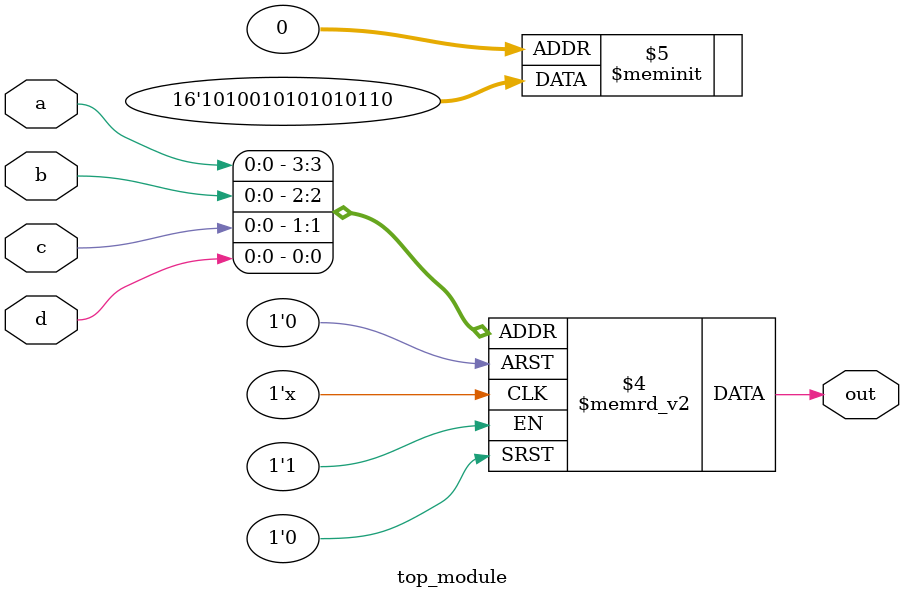
<source format=sv>
module top_module (
    input a, 
    input b,
    input c,
    input d,
    output reg out
);

always @(*) begin
    case ({a,b,c,d})
        4'b0000: out = 1'b0;
        4'b0001: out = 1'b1;
        4'b0010: out = 1'b1;
        4'b0011: out = 1'b0;
        4'b0100: out = 1'b1;
        4'b0101: out = 1'b0;
        4'b0110: out = 1'b1;
        4'b0111: out = 1'b0;
        4'b1000: out = 1'b1;
        4'b1001: out = 1'b0;
        4'b1010: out = 1'b1;
        4'b1011: out = 1'b0;
        4'b1100: out = 1'b0;
        4'b1101: out = 1'b1;
        4'b1110: out = 1'b0;
        4'b1111: out = 1'b1;
    endcase
end

endmodule

</source>
